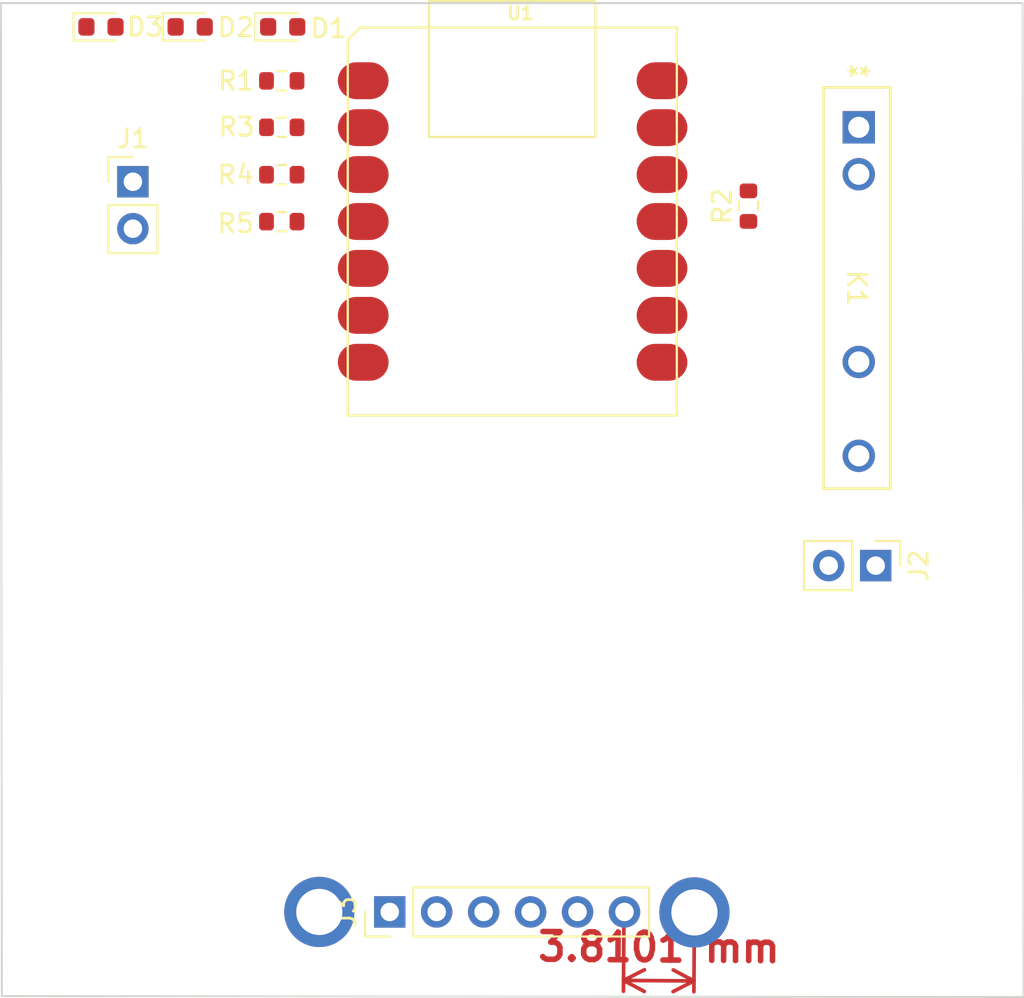
<source format=kicad_pcb>
(kicad_pcb (version 20221018) (generator pcbnew)
  (layers (0 "F.Cu" signal) (31 "B.Cu" signal) (34 "B.Paste" user) (35 "F.Paste" user) (36 "B.SilkS" user "B.Silkscreen") (37 "F.SilkS" user "F.Silkscreen") (38 "B.Mask" user) (39 "F.Mask" user) (44 "Edge.Cuts" user))
  (net 0 "")
  (net 1 "Net-(J1-Pin_1)")
  (net 2 "GND")
  (net 3 "Net-(J2-Pin_1)")
  (net 4 "Net-(J2-Pin_2)")
  (net 11 "Net-(K1-Pad1)")
  (net 12 "A0")
  (net 13 "Net-(U1-PA6_A10_D10_MOSI)")
  (net 23 "Net-(D1-A)")
  (net 24 "Net-(D2-A)")
  (net 25 "Net-(D3-A)")
  (net 26 "Net-(U1-PA4_A1_D1)")
  (net 27 "Net-(U1-PA10_A2_D2)")
  (net 28 "Net-(U1-PA11_A3_D3)")
  (footprint "Resistor_SMD:R_0603_1608Metric" (layer "F.Cu") (at 136.8074 86.12395)
    (fp_text reference "R1" (at -2.4638 0) (layer "F.SilkS"))
    (fp_text value "3K3")
    (fp_line (start -0.237258 -0.5225) (end 0.237258 -0.5225) (stroke (width 0.12)) (layer "F.SilkS"))
    (fp_line (start -0.237258 0.5225) (end 0.237258 0.5225) (stroke (width 0.12)) (layer "F.SilkS"))
    (pad "1" smd roundrect (at -0.825 0) (size 0.8 0.95) (layers "F.Cu" "F.Paste" "F.Mask") (net 1 "Net-(J1-Pin_1)"))
    (pad "2" smd roundrect (at 0.825 0) (size 0.8 0.95) (layers "F.Cu" "F.Paste" "F.Mask") (net 12 "A0"))
  )
  (footprint "CPC1916Y:CPC1916Y" (layer "F.Cu") (at 168.024 88.63855 -90)
    (fp_text reference "K1" (at 8.6995 0.1016 -90 unlocked) (layer "F.SilkS"))
    (fp_text value "CPC1916Y")
    (fp_text user "*" (at -3.048 0 90) (layer "F.SilkS"))
    (fp_text user "*" (at -3.048 0 -90 unlocked) (layer "F.SilkS"))
    (fp_line (start -2.159 -1.7018) (end -2.159 1.905) (stroke (width 0.1524)) (layer "F.SilkS"))
    (fp_line (start -2.159 1.905) (end 19.558 1.905) (stroke (width 0.1524)) (layer "F.SilkS"))
    (fp_line (start 19.558 -1.7018) (end -2.159 -1.7018) (stroke (width 0.1524)) (layer "F.SilkS"))
    (fp_line (start 19.558 1.905) (end 19.558 -1.7018) (stroke (width 0.1524)) (layer "F.SilkS"))
    (pad "1" thru_hole rect (at 0 0 270) (size 1.7526 1.7526) (drill 1.143) (layers "*.Cu" "*.Mask") (net 11 "Net-(K1-Pad1)"))
    (pad "2" thru_hole circle (at 2.54 0 270) (size 1.7526 1.7526) (drill 1.143) (layers "*.Cu" "*.Mask") (net 2 "GND"))
    (pad "3" thru_hole circle (at 12.7 0 270) (size 1.7526 1.7526) (drill 1.143) (layers "*.Cu" "*.Mask") (net 4 "Net-(J2-Pin_2)"))
    (pad "4" thru_hole circle (at 17.78 0 270) (size 1.7526 1.7526) (drill 1.143) (layers "*.Cu" "*.Mask") (net 3 "Net-(J2-Pin_1)"))
  )
  (footprint "Connector_PinHeader_2.54mm:PinHeader_1x06_P2.54mm_Vertical" (layer "F.Cu") (at 142.6494 131.10735 90)
    (fp_text reference "J3" (at 0 -2.33 90) (layer "F.SilkS"))
    (fp_text value "Conn_01x06")
    (fp_line (start -1.33 -1.33) (end 0 -1.33) (stroke (width 0.12)) (layer "F.SilkS"))
    (fp_line (start -1.33 0) (end -1.33 -1.33) (stroke (width 0.12)) (layer "F.SilkS"))
    (fp_line (start -1.33 1.27) (end -1.33 14.03) (stroke (width 0.12)) (layer "F.SilkS"))
    (fp_line (start -1.33 1.27) (end 1.33 1.27) (stroke (width 0.12)) (layer "F.SilkS"))
    (fp_line (start -1.33 14.03) (end 1.33 14.03) (stroke (width 0.12)) (layer "F.SilkS"))
    (fp_line (start 1.33 1.27) (end 1.33 14.03) (stroke (width 0.12)) (layer "F.SilkS"))
    (pad "1" thru_hole rect (at 0 0 90) (size 1.7 1.7) (drill 1) (layers "*.Cu" "*.Mask"))
    (pad "2" thru_hole oval (at 0 2.54 90) (size 1.7 1.7) (drill 1) (layers "*.Cu" "*.Mask"))
    (pad "3" thru_hole oval (at 0 5.08 90) (size 1.7 1.7) (drill 1) (layers "*.Cu" "*.Mask"))
    (pad "4" thru_hole oval (at 0 7.62 90) (size 1.7 1.7) (drill 1) (layers "*.Cu" "*.Mask"))
    (pad "5" thru_hole oval (at 0 10.16 90) (size 1.7 1.7) (drill 1) (layers "*.Cu" "*.Mask"))
    (pad "6" thru_hole oval (at 0 12.7 90) (size 1.7 1.7) (drill 1) (layers "*.Cu" "*.Mask"))
  )
  (footprint "xiao ESP32C3_PCB:MOUDLE14P-SMD-2.54-21X17.8MM" (layer "F.Cu") (at 140.3804 104.23565)
    (fp_text reference "U1" (at 9.3345 -21.7805) (layer "F.SilkS") (effects (font (size 0.7 0.7))))
    (fp_text value "MOUDLE-SEEEDUINO-XIAO-ESP32C3")
    (fp_line (start 0 -20.3285) (end 0 0) (stroke (width 0.127)) (layer "F.SilkS"))
    (fp_line (start 0 0) (end 17.8 0) (stroke (width 0.127)) (layer "F.SilkS"))
    (fp_line (start 0.671541 -21) (end 0 -20.3285) (stroke (width 0.127)) (layer "F.SilkS"))
    (fp_line (start 4.396 -15.072) (end 4.396 -22.425) (stroke (width 0.127)) (layer "F.SilkS"))
    (fp_line (start 4.4 -22.424) (end 13.395 -22.424) (stroke (width 0.127)) (layer "F.SilkS"))
    (fp_line (start 13.395 -22.424) (end 13.395 -15.072) (stroke (width 0.127)) (layer "F.SilkS"))
    (fp_line (start 13.395 -15.072) (end 4.396 -15.072) (stroke (width 0.127)) (layer "F.SilkS"))
    (fp_line (start 17.8 -21) (end 0.671541 -21) (stroke (width 0.127)) (layer "F.SilkS"))
    (fp_line (start 17.8 0) (end 17.8 -21) (stroke (width 0.127)) (layer "F.SilkS"))
    (pad "1" smd roundrect (at 0.835 -18.12) (size 2.75 2) (layers "F.Cu" "F.Paste" "F.Mask") (roundrect_rratio 0.5) (net 12 "A0"))
    (pad "2" smd roundrect (at 0.835 -15.58) (size 2.75 2) (layers "F.Cu" "F.Paste" "F.Mask") (roundrect_rratio 0.5) (net 26 "Net-(U1-PA4_A1_D1)"))
    (pad "3" smd roundrect (at 0.835 -13.04) (size 2.75 2) (layers "F.Cu" "F.Paste" "F.Mask") (roundrect_rratio 0.5) (net 27 "Net-(U1-PA10_A2_D2)"))
    (pad "4" smd roundrect (at 0.835 -10.5) (size 2.75 2) (layers "F.Cu" "F.Paste" "F.Mask") (roundrect_rratio 0.5) (net 28 "Net-(U1-PA11_A3_D3)"))
    (pad "5" smd roundrect (at 0.835 -7.96) (size 2.75 2) (layers "F.Cu" "F.Paste" "F.Mask") (roundrect_rratio 0.5))
    (pad "6" smd roundrect (at 0.835 -5.42) (size 2.75 2) (layers "F.Cu" "F.Paste" "F.Mask") (roundrect_rratio 0.5))
    (pad "7" smd roundrect (at 0.835 -2.88) (size 2.75 2) (layers "F.Cu" "F.Paste" "F.Mask") (roundrect_rratio 0.5))
    (pad "8" smd roundrect (at 17 -2.88) (size 2.75 2) (layers "F.Cu" "F.Paste" "F.Mask") (roundrect_rratio 0.5))
    (pad "9" smd roundrect (at 17 -5.42) (size 2.75 2) (layers "F.Cu" "F.Paste" "F.Mask") (roundrect_rratio 0.5))
    (pad "10" smd roundrect (at 17 -7.96) (size 2.75 2) (layers "F.Cu" "F.Paste" "F.Mask") (roundrect_rratio 0.5))
    (pad "11" smd roundrect (at 17 -10.5) (size 2.75 2) (layers "F.Cu" "F.Paste" "F.Mask") (roundrect_rratio 0.5) (net 13 "Net-(U1-PA6_A10_D10_MOSI)"))
    (pad "12" smd roundrect (at 17 -13.04) (size 2.75 2) (layers "F.Cu" "F.Paste" "F.Mask") (roundrect_rratio 0.5))
    (pad "13" smd roundrect (at 17 -15.58) (size 2.75 2) (layers "F.Cu" "F.Paste" "F.Mask") (roundrect_rratio 0.5))
    (pad "14" smd roundrect (at 17 -18.12) (size 2.75 2) (layers "F.Cu" "F.Paste" "F.Mask") (roundrect_rratio 0.5))
  )
  (footprint "Connector_PinHeader_2.54mm:PinHeader_1x02_P2.54mm_Vertical" (layer "F.Cu") (at 128.7556 91.58495)
    (fp_text reference "J1" (at 0 -2.33) (layer "F.SilkS"))
    (fp_text value "Conn_01x02")
    (fp_line (start -1.33 -1.33) (end 0 -1.33) (stroke (width 0.12)) (layer "F.SilkS"))
    (fp_line (start -1.33 0) (end -1.33 -1.33) (stroke (width 0.12)) (layer "F.SilkS"))
    (fp_line (start -1.33 1.27) (end -1.33 3.87) (stroke (width 0.12)) (layer "F.SilkS"))
    (fp_line (start -1.33 1.27) (end 1.33 1.27) (stroke (width 0.12)) (layer "F.SilkS"))
    (fp_line (start -1.33 3.87) (end 1.33 3.87) (stroke (width 0.12)) (layer "F.SilkS"))
    (fp_line (start 1.33 1.27) (end 1.33 3.87) (stroke (width 0.12)) (layer "F.SilkS"))
    (pad "1" thru_hole rect (at 0 0) (size 1.7 1.7) (drill 1) (layers "*.Cu" "*.Mask") (net 1 "Net-(J1-Pin_1)"))
    (pad "2" thru_hole oval (at 0 2.54) (size 1.7 1.7) (drill 1) (layers "*.Cu" "*.Mask") (net 2 "GND"))
  )
  (footprint "Resistor_SMD:R_0603_1608Metric" (layer "F.Cu") (at 162.055 92.90575 90)
    (fp_text reference "R2" (at 0 -1.43 90) (layer "F.SilkS"))
    (fp_text value "R_Small")
    (fp_line (start -0.237258 -0.5225) (end 0.237258 -0.5225) (stroke (width 0.12)) (layer "F.SilkS"))
    (fp_line (start -0.237258 0.5225) (end 0.237258 0.5225) (stroke (width 0.12)) (layer "F.SilkS"))
    (pad "1" smd roundrect (at -0.825 0 90) (size 0.8 0.95) (layers "F.Cu" "F.Paste" "F.Mask") (net 13 "Net-(U1-PA6_A10_D10_MOSI)"))
    (pad "2" smd roundrect (at 0.825 0 90) (size 0.8 0.95) (layers "F.Cu" "F.Paste" "F.Mask") (net 11 "Net-(K1-Pad1)"))
  )
  (footprint "LED_SMD:LED_0603_1608Metric" (layer "F.Cu") (at 136.8582 83.20295)
    (fp_text reference "D1" (at 2.4892 0.0762) (layer "F.SilkS"))
    (fp_text value "LED")
    (fp_line (start -1.485 -0.735) (end -1.485 0.735) (stroke (width 0.12)) (layer "F.SilkS"))
    (fp_line (start -1.485 0.735) (end 0.8 0.735) (stroke (width 0.12)) (layer "F.SilkS"))
    (fp_line (start 0.8 -0.735) (end -1.485 -0.735) (stroke (width 0.12)) (layer "F.SilkS"))
    (pad "1" smd roundrect (at -0.7875 0) (size 0.875 0.95) (layers "F.Cu" "F.Paste" "F.Mask") (net 2 "GND"))
    (pad "2" smd roundrect (at 0.7875 0) (size 0.875 0.95) (layers "F.Cu" "F.Paste" "F.Mask") (net 23 "Net-(D1-A)"))
  )
  (footprint "Resistor_SMD:R_0603_1608Metric" (layer "F.Cu") (at 136.8074 88.63855 180)
    (fp_text reference "R3" (at 2.4414 0.01795) (layer "F.SilkS"))
    (fp_text value "470E")
    (fp_line (start -0.237258 -0.5225) (end 0.237258 -0.5225) (stroke (width 0.12)) (layer "F.SilkS"))
    (fp_line (start -0.237258 0.5225) (end 0.237258 0.5225) (stroke (width 0.12)) (layer "F.SilkS"))
    (pad "1" smd roundrect (at -0.825 0 180) (size 0.8 0.95) (layers "F.Cu" "F.Paste" "F.Mask") (net 23 "Net-(D1-A)"))
    (pad "2" smd roundrect (at 0.825 0 180) (size 0.8 0.95) (layers "F.Cu" "F.Paste" "F.Mask") (net 26 "Net-(U1-PA4_A1_D1)"))
  )
  (footprint "LED_SMD:LED_0603_1608Metric" (layer "F.Cu") (at 131.8543 83.20295)
    (fp_text reference "D2" (at 2.4638 0.0254) (layer "F.SilkS"))
    (fp_text value "LED")
    (fp_line (start -1.485 -0.735) (end -1.485 0.735) (stroke (width 0.12)) (layer "F.SilkS"))
    (fp_line (start -1.485 0.735) (end 0.8 0.735) (stroke (width 0.12)) (layer "F.SilkS"))
    (fp_line (start 0.8 -0.735) (end -1.485 -0.735) (stroke (width 0.12)) (layer "F.SilkS"))
    (pad "1" smd roundrect (at -0.7875 0) (size 0.875 0.95) (layers "F.Cu" "F.Paste" "F.Mask") (net 2 "GND"))
    (pad "2" smd roundrect (at 0.7875 0) (size 0.875 0.95) (layers "F.Cu" "F.Paste" "F.Mask") (net 24 "Net-(D2-A)"))
  )
  (footprint "Connector_PinHeader_2.54mm:PinHeader_1x02_P2.54mm_Vertical" (layer "F.Cu") (at 168.9384 112.36215 -90)
    (fp_text reference "J2" (at 0 -2.33 90) (layer "F.SilkS"))
    (fp_text value "Conn_01x02")
    (fp_line (start -1.33 -1.33) (end 0 -1.33) (stroke (width 0.12)) (layer "F.SilkS"))
    (fp_line (start -1.33 0) (end -1.33 -1.33) (stroke (width 0.12)) (layer "F.SilkS"))
    (fp_line (start -1.33 1.27) (end -1.33 3.87) (stroke (width 0.12)) (layer "F.SilkS"))
    (fp_line (start -1.33 1.27) (end 1.33 1.27) (stroke (width 0.12)) (layer "F.SilkS"))
    (fp_line (start -1.33 3.87) (end 1.33 3.87) (stroke (width 0.12)) (layer "F.SilkS"))
    (fp_line (start 1.33 1.27) (end 1.33 3.87) (stroke (width 0.12)) (layer "F.SilkS"))
    (pad "1" thru_hole rect (at 0 0 270) (size 1.7 1.7) (drill 1) (layers "*.Cu" "*.Mask") (net 3 "Net-(J2-Pin_1)"))
    (pad "2" thru_hole oval (at 0 2.54 270) (size 1.7 1.7) (drill 1) (layers "*.Cu" "*.Mask") (net 4 "Net-(J2-Pin_2)"))
  )
  (footprint "LED_SMD:LED_0603_1608Metric" (layer "F.Cu") (at 127.0284 83.20295)
    (fp_text reference "D3" (at 2.3876 0) (layer "F.SilkS"))
    (fp_text value "LED")
    (fp_line (start -1.485 -0.735) (end -1.485 0.735) (stroke (width 0.12)) (layer "F.SilkS"))
    (fp_line (start -1.485 0.735) (end 0.8 0.735) (stroke (width 0.12)) (layer "F.SilkS"))
    (fp_line (start 0.8 -0.735) (end -1.485 -0.735) (stroke (width 0.12)) (layer "F.SilkS"))
    (pad "1" smd roundrect (at -0.7875 0) (size 0.875 0.95) (layers "F.Cu" "F.Paste" "F.Mask") (net 2 "GND"))
    (pad "2" smd roundrect (at 0.7875 0) (size 0.875 0.95) (layers "F.Cu" "F.Paste" "F.Mask") (net 25 "Net-(D3-A)"))
  )
  (footprint "Resistor_SMD:R_0603_1608Metric" (layer "F.Cu") (at 136.8074 91.20395)
    (fp_text reference "R4" (at -2.4922 0.00745) (layer "F.SilkS"))
    (fp_text value "470E")
    (fp_line (start -0.237258 -0.5225) (end 0.237258 -0.5225) (stroke (width 0.12)) (layer "F.SilkS"))
    (fp_line (start -0.237258 0.5225) (end 0.237258 0.5225) (stroke (width 0.12)) (layer "F.SilkS"))
    (pad "1" smd roundrect (at -0.825 0) (size 0.8 0.95) (layers "F.Cu" "F.Paste" "F.Mask") (net 24 "Net-(D2-A)"))
    (pad "2" smd roundrect (at 0.825 0) (size 0.8 0.95) (layers "F.Cu" "F.Paste" "F.Mask") (net 27 "Net-(U1-PA10_A2_D2)"))
  )
  (footprint "Resistor_SMD:R_0603_1608Metric" (layer "F.Cu") (at 136.8074 93.74395)
    (fp_text reference "R5" (at -2.4892 0.1016) (layer "F.SilkS"))
    (fp_text value "470E")
    (fp_line (start -0.237258 -0.5225) (end 0.237258 -0.5225) (stroke (width 0.12)) (layer "F.SilkS"))
    (fp_line (start -0.237258 0.5225) (end 0.237258 0.5225) (stroke (width 0.12)) (layer "F.SilkS"))
    (pad "1" smd roundrect (at -0.825 0) (size 0.8 0.95) (layers "F.Cu" "F.Paste" "F.Mask") (net 25 "Net-(D3-A)"))
    (pad "2" smd roundrect (at 0.825 0) (size 0.8 0.95) (layers "F.Cu" "F.Paste" "F.Mask") (net 28 "Net-(U1-PA11_A3_D3)"))
  )
  (gr_line (start 176.9364 135.7122) (end 121.666 135.6614) (stroke (width 0.1)) (layer "Edge.Cuts"))
  (gr_line (start 121.6152 81.915) (end 176.8856 81.915) (stroke (width 0.1)) (layer "Edge.Cuts"))
  (gr_line (start 176.8856 81.915) (end 176.9364 135.7122) (stroke (width 0.1)) (layer "Edge.Cuts"))
  (gr_line (start 121.666 135.6614) (end 121.6152 81.915) (stroke (width 0.1)) (layer "Edge.Cuts"))
  (dimension (type aligned) (layer "F.Cu") (pts (xy 159.13425 130.993607) (xy 155.32425 130.968207)) (height -3.847629) (gr_text "3.8101 mm" (at 157.2156 133.02849 -0.3819662047) (layer "F.Cu") (effects (font (size 1.5 1.5) (thickness 0.3)))) (format (prefix "") (suffix "") (units 3) (units_format 1) (precision 4)) (style (thickness 0.2) (arrow_length 1.27) (text_position_mode 0) (extension_height 0.58642) (extension_offset 0.5) keep_text_aligned))
  (via (at 138.8394 131.10735) (size 3.8) (drill 2.5) (layers "F.Cu" "B.Cu") (net 0))
  (via (at 159.134 131.13275) (size 3.8) (drill 2.5) (layers "F.Cu" "B.Cu") (net 0))
)
</source>
